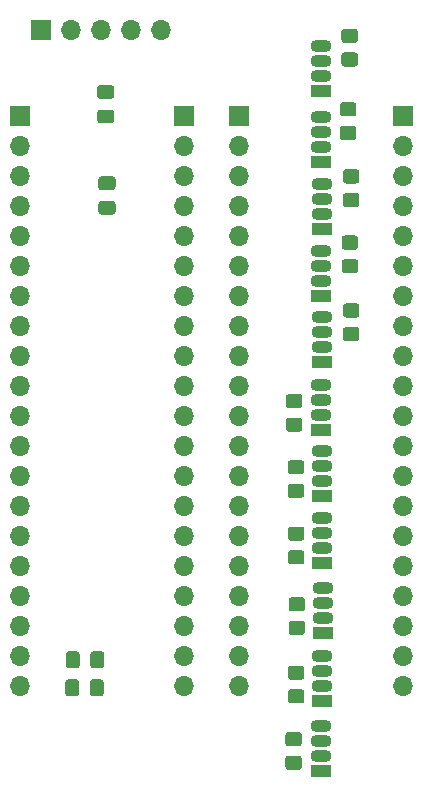
<source format=gbr>
%TF.GenerationSoftware,KiCad,Pcbnew,(5.1.12)-1*%
%TF.CreationDate,2024-09-26T07:51:33+09:00*%
%TF.ProjectId,imu_led_connect,696d755f-6c65-4645-9f63-6f6e6e656374,rev?*%
%TF.SameCoordinates,Original*%
%TF.FileFunction,Soldermask,Bot*%
%TF.FilePolarity,Negative*%
%FSLAX46Y46*%
G04 Gerber Fmt 4.6, Leading zero omitted, Abs format (unit mm)*
G04 Created by KiCad (PCBNEW (5.1.12)-1) date 2024-09-26 07:51:33*
%MOMM*%
%LPD*%
G01*
G04 APERTURE LIST*
%ADD10O,1.700000X1.700000*%
%ADD11R,1.700000X1.700000*%
%ADD12O,1.800000X1.070000*%
%ADD13R,1.800000X1.070000*%
G04 APERTURE END LIST*
D10*
%TO.C,J23*%
X60060000Y-68725000D03*
X57520000Y-68725000D03*
X54980000Y-68725000D03*
X52440000Y-68725000D03*
D11*
X49900000Y-68725000D03*
%TD*%
D10*
%TO.C,J18*%
X80550000Y-124260000D03*
X80550000Y-121720000D03*
X80550000Y-119180000D03*
X80550000Y-116640000D03*
X80550000Y-114100000D03*
X80550000Y-111560000D03*
X80550000Y-109020000D03*
X80550000Y-106480000D03*
X80550000Y-103940000D03*
X80550000Y-101400000D03*
X80550000Y-98860000D03*
X80550000Y-96320000D03*
X80550000Y-93780000D03*
X80550000Y-91240000D03*
X80550000Y-88700000D03*
X80550000Y-86160000D03*
X80550000Y-83620000D03*
X80550000Y-81080000D03*
X80550000Y-78540000D03*
D11*
X80550000Y-76000000D03*
%TD*%
D10*
%TO.C,J17*%
X66625000Y-124260000D03*
X66625000Y-121720000D03*
X66625000Y-119180000D03*
X66625000Y-116640000D03*
X66625000Y-114100000D03*
X66625000Y-111560000D03*
X66625000Y-109020000D03*
X66625000Y-106480000D03*
X66625000Y-103940000D03*
X66625000Y-101400000D03*
X66625000Y-98860000D03*
X66625000Y-96320000D03*
X66625000Y-93780000D03*
X66625000Y-91240000D03*
X66625000Y-88700000D03*
X66625000Y-86160000D03*
X66625000Y-83620000D03*
X66625000Y-81080000D03*
X66625000Y-78540000D03*
D11*
X66625000Y-76000000D03*
%TD*%
D10*
%TO.C,J16*%
X61975000Y-124260000D03*
X61975000Y-121720000D03*
X61975000Y-119180000D03*
X61975000Y-116640000D03*
X61975000Y-114100000D03*
X61975000Y-111560000D03*
X61975000Y-109020000D03*
X61975000Y-106480000D03*
X61975000Y-103940000D03*
X61975000Y-101400000D03*
X61975000Y-98860000D03*
X61975000Y-96320000D03*
X61975000Y-93780000D03*
X61975000Y-91240000D03*
X61975000Y-88700000D03*
X61975000Y-86160000D03*
X61975000Y-83620000D03*
X61975000Y-81080000D03*
X61975000Y-78540000D03*
D11*
X61975000Y-76000000D03*
%TD*%
D10*
%TO.C,J15*%
X48100000Y-124260000D03*
X48100000Y-121720000D03*
X48100000Y-119180000D03*
X48100000Y-116640000D03*
X48100000Y-114100000D03*
X48100000Y-111560000D03*
X48100000Y-109020000D03*
X48100000Y-106480000D03*
X48100000Y-103940000D03*
X48100000Y-101400000D03*
X48100000Y-98860000D03*
X48100000Y-96320000D03*
X48100000Y-93780000D03*
X48100000Y-91240000D03*
X48100000Y-88700000D03*
X48100000Y-86160000D03*
X48100000Y-83620000D03*
X48100000Y-81080000D03*
X48100000Y-78540000D03*
D11*
X48100000Y-76000000D03*
%TD*%
%TO.C,R11*%
G36*
G01*
X70799999Y-130200000D02*
X71700001Y-130200000D01*
G75*
G02*
X71950000Y-130449999I0J-249999D01*
G01*
X71950000Y-131150001D01*
G75*
G02*
X71700001Y-131400000I-249999J0D01*
G01*
X70799999Y-131400000D01*
G75*
G02*
X70550000Y-131150001I0J249999D01*
G01*
X70550000Y-130449999D01*
G75*
G02*
X70799999Y-130200000I249999J0D01*
G01*
G37*
G36*
G01*
X70799999Y-128200000D02*
X71700001Y-128200000D01*
G75*
G02*
X71950000Y-128449999I0J-249999D01*
G01*
X71950000Y-129150001D01*
G75*
G02*
X71700001Y-129400000I-249999J0D01*
G01*
X70799999Y-129400000D01*
G75*
G02*
X70550000Y-129150001I0J249999D01*
G01*
X70550000Y-128449999D01*
G75*
G02*
X70799999Y-128200000I249999J0D01*
G01*
G37*
%TD*%
%TO.C,R10*%
G36*
G01*
X71024999Y-124575000D02*
X71925001Y-124575000D01*
G75*
G02*
X72175000Y-124824999I0J-249999D01*
G01*
X72175000Y-125525001D01*
G75*
G02*
X71925001Y-125775000I-249999J0D01*
G01*
X71024999Y-125775000D01*
G75*
G02*
X70775000Y-125525001I0J249999D01*
G01*
X70775000Y-124824999D01*
G75*
G02*
X71024999Y-124575000I249999J0D01*
G01*
G37*
G36*
G01*
X71024999Y-122575000D02*
X71925001Y-122575000D01*
G75*
G02*
X72175000Y-122824999I0J-249999D01*
G01*
X72175000Y-123525001D01*
G75*
G02*
X71925001Y-123775000I-249999J0D01*
G01*
X71024999Y-123775000D01*
G75*
G02*
X70775000Y-123525001I0J249999D01*
G01*
X70775000Y-122824999D01*
G75*
G02*
X71024999Y-122575000I249999J0D01*
G01*
G37*
%TD*%
%TO.C,R9*%
G36*
G01*
X71074999Y-118775000D02*
X71975001Y-118775000D01*
G75*
G02*
X72225000Y-119024999I0J-249999D01*
G01*
X72225000Y-119725001D01*
G75*
G02*
X71975001Y-119975000I-249999J0D01*
G01*
X71074999Y-119975000D01*
G75*
G02*
X70825000Y-119725001I0J249999D01*
G01*
X70825000Y-119024999D01*
G75*
G02*
X71074999Y-118775000I249999J0D01*
G01*
G37*
G36*
G01*
X71074999Y-116775000D02*
X71975001Y-116775000D01*
G75*
G02*
X72225000Y-117024999I0J-249999D01*
G01*
X72225000Y-117725001D01*
G75*
G02*
X71975001Y-117975000I-249999J0D01*
G01*
X71074999Y-117975000D01*
G75*
G02*
X70825000Y-117725001I0J249999D01*
G01*
X70825000Y-117024999D01*
G75*
G02*
X71074999Y-116775000I249999J0D01*
G01*
G37*
%TD*%
%TO.C,R8*%
G36*
G01*
X71024999Y-112800000D02*
X71925001Y-112800000D01*
G75*
G02*
X72175000Y-113049999I0J-249999D01*
G01*
X72175000Y-113750001D01*
G75*
G02*
X71925001Y-114000000I-249999J0D01*
G01*
X71024999Y-114000000D01*
G75*
G02*
X70775000Y-113750001I0J249999D01*
G01*
X70775000Y-113049999D01*
G75*
G02*
X71024999Y-112800000I249999J0D01*
G01*
G37*
G36*
G01*
X71024999Y-110800000D02*
X71925001Y-110800000D01*
G75*
G02*
X72175000Y-111049999I0J-249999D01*
G01*
X72175000Y-111750001D01*
G75*
G02*
X71925001Y-112000000I-249999J0D01*
G01*
X71024999Y-112000000D01*
G75*
G02*
X70775000Y-111750001I0J249999D01*
G01*
X70775000Y-111049999D01*
G75*
G02*
X71024999Y-110800000I249999J0D01*
G01*
G37*
%TD*%
%TO.C,R7*%
G36*
G01*
X70999999Y-107175000D02*
X71900001Y-107175000D01*
G75*
G02*
X72150000Y-107424999I0J-249999D01*
G01*
X72150000Y-108125001D01*
G75*
G02*
X71900001Y-108375000I-249999J0D01*
G01*
X70999999Y-108375000D01*
G75*
G02*
X70750000Y-108125001I0J249999D01*
G01*
X70750000Y-107424999D01*
G75*
G02*
X70999999Y-107175000I249999J0D01*
G01*
G37*
G36*
G01*
X70999999Y-105175000D02*
X71900001Y-105175000D01*
G75*
G02*
X72150000Y-105424999I0J-249999D01*
G01*
X72150000Y-106125001D01*
G75*
G02*
X71900001Y-106375000I-249999J0D01*
G01*
X70999999Y-106375000D01*
G75*
G02*
X70750000Y-106125001I0J249999D01*
G01*
X70750000Y-105424999D01*
G75*
G02*
X70999999Y-105175000I249999J0D01*
G01*
G37*
%TD*%
%TO.C,R6*%
G36*
G01*
X70849999Y-101575000D02*
X71750001Y-101575000D01*
G75*
G02*
X72000000Y-101824999I0J-249999D01*
G01*
X72000000Y-102525001D01*
G75*
G02*
X71750001Y-102775000I-249999J0D01*
G01*
X70849999Y-102775000D01*
G75*
G02*
X70600000Y-102525001I0J249999D01*
G01*
X70600000Y-101824999D01*
G75*
G02*
X70849999Y-101575000I249999J0D01*
G01*
G37*
G36*
G01*
X70849999Y-99575000D02*
X71750001Y-99575000D01*
G75*
G02*
X72000000Y-99824999I0J-249999D01*
G01*
X72000000Y-100525001D01*
G75*
G02*
X71750001Y-100775000I-249999J0D01*
G01*
X70849999Y-100775000D01*
G75*
G02*
X70600000Y-100525001I0J249999D01*
G01*
X70600000Y-99824999D01*
G75*
G02*
X70849999Y-99575000I249999J0D01*
G01*
G37*
%TD*%
%TO.C,R5*%
G36*
G01*
X76575001Y-93100000D02*
X75674999Y-93100000D01*
G75*
G02*
X75425000Y-92850001I0J249999D01*
G01*
X75425000Y-92149999D01*
G75*
G02*
X75674999Y-91900000I249999J0D01*
G01*
X76575001Y-91900000D01*
G75*
G02*
X76825000Y-92149999I0J-249999D01*
G01*
X76825000Y-92850001D01*
G75*
G02*
X76575001Y-93100000I-249999J0D01*
G01*
G37*
G36*
G01*
X76575001Y-95100000D02*
X75674999Y-95100000D01*
G75*
G02*
X75425000Y-94850001I0J249999D01*
G01*
X75425000Y-94149999D01*
G75*
G02*
X75674999Y-93900000I249999J0D01*
G01*
X76575001Y-93900000D01*
G75*
G02*
X76825000Y-94149999I0J-249999D01*
G01*
X76825000Y-94850001D01*
G75*
G02*
X76575001Y-95100000I-249999J0D01*
G01*
G37*
%TD*%
%TO.C,R4*%
G36*
G01*
X76475001Y-87350000D02*
X75574999Y-87350000D01*
G75*
G02*
X75325000Y-87100001I0J249999D01*
G01*
X75325000Y-86399999D01*
G75*
G02*
X75574999Y-86150000I249999J0D01*
G01*
X76475001Y-86150000D01*
G75*
G02*
X76725000Y-86399999I0J-249999D01*
G01*
X76725000Y-87100001D01*
G75*
G02*
X76475001Y-87350000I-249999J0D01*
G01*
G37*
G36*
G01*
X76475001Y-89350000D02*
X75574999Y-89350000D01*
G75*
G02*
X75325000Y-89100001I0J249999D01*
G01*
X75325000Y-88399999D01*
G75*
G02*
X75574999Y-88150000I249999J0D01*
G01*
X76475001Y-88150000D01*
G75*
G02*
X76725000Y-88399999I0J-249999D01*
G01*
X76725000Y-89100001D01*
G75*
G02*
X76475001Y-89350000I-249999J0D01*
G01*
G37*
%TD*%
%TO.C,R3*%
G36*
G01*
X76575001Y-81750000D02*
X75674999Y-81750000D01*
G75*
G02*
X75425000Y-81500001I0J249999D01*
G01*
X75425000Y-80799999D01*
G75*
G02*
X75674999Y-80550000I249999J0D01*
G01*
X76575001Y-80550000D01*
G75*
G02*
X76825000Y-80799999I0J-249999D01*
G01*
X76825000Y-81500001D01*
G75*
G02*
X76575001Y-81750000I-249999J0D01*
G01*
G37*
G36*
G01*
X76575001Y-83750000D02*
X75674999Y-83750000D01*
G75*
G02*
X75425000Y-83500001I0J249999D01*
G01*
X75425000Y-82799999D01*
G75*
G02*
X75674999Y-82550000I249999J0D01*
G01*
X76575001Y-82550000D01*
G75*
G02*
X76825000Y-82799999I0J-249999D01*
G01*
X76825000Y-83500001D01*
G75*
G02*
X76575001Y-83750000I-249999J0D01*
G01*
G37*
%TD*%
%TO.C,R2*%
G36*
G01*
X76325001Y-76075000D02*
X75424999Y-76075000D01*
G75*
G02*
X75175000Y-75825001I0J249999D01*
G01*
X75175000Y-75124999D01*
G75*
G02*
X75424999Y-74875000I249999J0D01*
G01*
X76325001Y-74875000D01*
G75*
G02*
X76575000Y-75124999I0J-249999D01*
G01*
X76575000Y-75825001D01*
G75*
G02*
X76325001Y-76075000I-249999J0D01*
G01*
G37*
G36*
G01*
X76325001Y-78075000D02*
X75424999Y-78075000D01*
G75*
G02*
X75175000Y-77825001I0J249999D01*
G01*
X75175000Y-77124999D01*
G75*
G02*
X75424999Y-76875000I249999J0D01*
G01*
X76325001Y-76875000D01*
G75*
G02*
X76575000Y-77124999I0J-249999D01*
G01*
X76575000Y-77825001D01*
G75*
G02*
X76325001Y-78075000I-249999J0D01*
G01*
G37*
%TD*%
%TO.C,R1*%
G36*
G01*
X76450001Y-69850000D02*
X75549999Y-69850000D01*
G75*
G02*
X75300000Y-69600001I0J249999D01*
G01*
X75300000Y-68899999D01*
G75*
G02*
X75549999Y-68650000I249999J0D01*
G01*
X76450001Y-68650000D01*
G75*
G02*
X76700000Y-68899999I0J-249999D01*
G01*
X76700000Y-69600001D01*
G75*
G02*
X76450001Y-69850000I-249999J0D01*
G01*
G37*
G36*
G01*
X76450001Y-71850000D02*
X75549999Y-71850000D01*
G75*
G02*
X75300000Y-71600001I0J249999D01*
G01*
X75300000Y-70899999D01*
G75*
G02*
X75549999Y-70650000I249999J0D01*
G01*
X76450001Y-70650000D01*
G75*
G02*
X76700000Y-70899999I0J-249999D01*
G01*
X76700000Y-71600001D01*
G75*
G02*
X76450001Y-71850000I-249999J0D01*
G01*
G37*
%TD*%
D12*
%TO.C,D12*%
X73600000Y-127640000D03*
X73600000Y-128910000D03*
X73600000Y-130180000D03*
D13*
X73600000Y-131450000D03*
%TD*%
D12*
%TO.C,D11*%
X73625000Y-121715000D03*
X73625000Y-122985000D03*
X73625000Y-124255000D03*
D13*
X73625000Y-125525000D03*
%TD*%
D12*
%TO.C,D10*%
X73725000Y-116015000D03*
X73725000Y-117285000D03*
X73725000Y-118555000D03*
D13*
X73725000Y-119825000D03*
%TD*%
D12*
%TO.C,D9*%
X73675000Y-110085000D03*
X73675000Y-111355000D03*
X73675000Y-112625000D03*
D13*
X73675000Y-113895000D03*
%TD*%
D12*
%TO.C,D8*%
X73625000Y-104440000D03*
X73625000Y-105710000D03*
X73625000Y-106980000D03*
D13*
X73625000Y-108250000D03*
%TD*%
D12*
%TO.C,D7*%
X73600000Y-98805000D03*
X73600000Y-100075000D03*
X73600000Y-101345000D03*
D13*
X73600000Y-102615000D03*
%TD*%
D12*
%TO.C,D6*%
X73625000Y-93080000D03*
X73625000Y-94350000D03*
X73625000Y-95620000D03*
D13*
X73625000Y-96890000D03*
%TD*%
D12*
%TO.C,D5*%
X73600000Y-87440000D03*
X73600000Y-88710000D03*
X73600000Y-89980000D03*
D13*
X73600000Y-91250000D03*
%TD*%
D12*
%TO.C,D4*%
X73625000Y-81765000D03*
X73625000Y-83035000D03*
X73625000Y-84305000D03*
D13*
X73625000Y-85575000D03*
%TD*%
D12*
%TO.C,D3*%
X73600000Y-76110000D03*
X73600000Y-77380000D03*
X73600000Y-78650000D03*
D13*
X73600000Y-79920000D03*
%TD*%
%TO.C,D2*%
X73600000Y-73920000D03*
D12*
X73600000Y-72650000D03*
X73600000Y-71380000D03*
X73600000Y-70110000D03*
%TD*%
%TO.C,C4*%
G36*
G01*
X53100000Y-123975000D02*
X53100000Y-124925000D01*
G75*
G02*
X52850000Y-125175000I-250000J0D01*
G01*
X52175000Y-125175000D01*
G75*
G02*
X51925000Y-124925000I0J250000D01*
G01*
X51925000Y-123975000D01*
G75*
G02*
X52175000Y-123725000I250000J0D01*
G01*
X52850000Y-123725000D01*
G75*
G02*
X53100000Y-123975000I0J-250000D01*
G01*
G37*
G36*
G01*
X55175000Y-123975000D02*
X55175000Y-124925000D01*
G75*
G02*
X54925000Y-125175000I-250000J0D01*
G01*
X54250000Y-125175000D01*
G75*
G02*
X54000000Y-124925000I0J250000D01*
G01*
X54000000Y-123975000D01*
G75*
G02*
X54250000Y-123725000I250000J0D01*
G01*
X54925000Y-123725000D01*
G75*
G02*
X55175000Y-123975000I0J-250000D01*
G01*
G37*
%TD*%
%TO.C,C3*%
G36*
G01*
X53150000Y-121600000D02*
X53150000Y-122550000D01*
G75*
G02*
X52900000Y-122800000I-250000J0D01*
G01*
X52225000Y-122800000D01*
G75*
G02*
X51975000Y-122550000I0J250000D01*
G01*
X51975000Y-121600000D01*
G75*
G02*
X52225000Y-121350000I250000J0D01*
G01*
X52900000Y-121350000D01*
G75*
G02*
X53150000Y-121600000I0J-250000D01*
G01*
G37*
G36*
G01*
X55225000Y-121600000D02*
X55225000Y-122550000D01*
G75*
G02*
X54975000Y-122800000I-250000J0D01*
G01*
X54300000Y-122800000D01*
G75*
G02*
X54050000Y-122550000I0J250000D01*
G01*
X54050000Y-121600000D01*
G75*
G02*
X54300000Y-121350000I250000J0D01*
G01*
X54975000Y-121350000D01*
G75*
G02*
X55225000Y-121600000I0J-250000D01*
G01*
G37*
%TD*%
%TO.C,C2*%
G36*
G01*
X55925000Y-82325000D02*
X54975000Y-82325000D01*
G75*
G02*
X54725000Y-82075000I0J250000D01*
G01*
X54725000Y-81400000D01*
G75*
G02*
X54975000Y-81150000I250000J0D01*
G01*
X55925000Y-81150000D01*
G75*
G02*
X56175000Y-81400000I0J-250000D01*
G01*
X56175000Y-82075000D01*
G75*
G02*
X55925000Y-82325000I-250000J0D01*
G01*
G37*
G36*
G01*
X55925000Y-84400000D02*
X54975000Y-84400000D01*
G75*
G02*
X54725000Y-84150000I0J250000D01*
G01*
X54725000Y-83475000D01*
G75*
G02*
X54975000Y-83225000I250000J0D01*
G01*
X55925000Y-83225000D01*
G75*
G02*
X56175000Y-83475000I0J-250000D01*
G01*
X56175000Y-84150000D01*
G75*
G02*
X55925000Y-84400000I-250000J0D01*
G01*
G37*
%TD*%
%TO.C,C1*%
G36*
G01*
X55825000Y-74587500D02*
X54875000Y-74587500D01*
G75*
G02*
X54625000Y-74337500I0J250000D01*
G01*
X54625000Y-73662500D01*
G75*
G02*
X54875000Y-73412500I250000J0D01*
G01*
X55825000Y-73412500D01*
G75*
G02*
X56075000Y-73662500I0J-250000D01*
G01*
X56075000Y-74337500D01*
G75*
G02*
X55825000Y-74587500I-250000J0D01*
G01*
G37*
G36*
G01*
X55825000Y-76662500D02*
X54875000Y-76662500D01*
G75*
G02*
X54625000Y-76412500I0J250000D01*
G01*
X54625000Y-75737500D01*
G75*
G02*
X54875000Y-75487500I250000J0D01*
G01*
X55825000Y-75487500D01*
G75*
G02*
X56075000Y-75737500I0J-250000D01*
G01*
X56075000Y-76412500D01*
G75*
G02*
X55825000Y-76662500I-250000J0D01*
G01*
G37*
%TD*%
M02*

</source>
